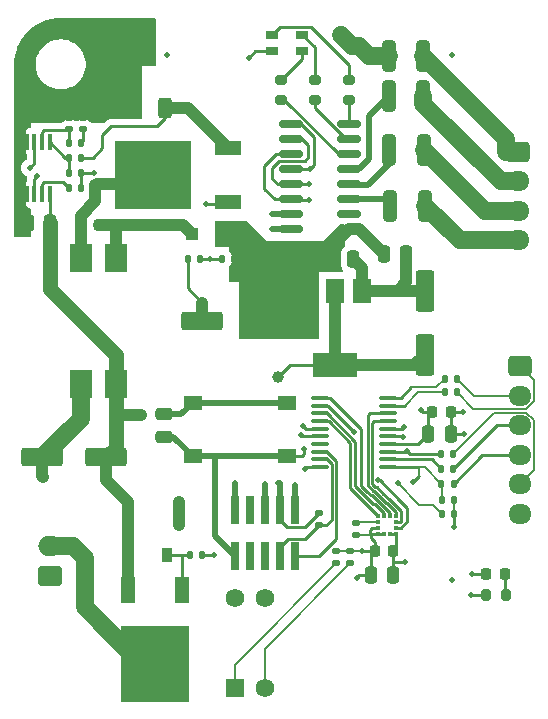
<source format=gtl>
%TF.GenerationSoftware,KiCad,Pcbnew,(6.0.1-0)*%
%TF.CreationDate,2023-09-01T00:14:14-05:00*%
%TF.ProjectId,tackle_sensor_hardware,7461636b-6c65-45f7-9365-6e736f725f68,REV1*%
%TF.SameCoordinates,Original*%
%TF.FileFunction,Copper,L1,Top*%
%TF.FilePolarity,Positive*%
%FSLAX46Y46*%
G04 Gerber Fmt 4.6, Leading zero omitted, Abs format (unit mm)*
G04 Created by KiCad (PCBNEW (6.0.1-0)) date 2023-09-01 00:14:14*
%MOMM*%
%LPD*%
G01*
G04 APERTURE LIST*
G04 Aperture macros list*
%AMRoundRect*
0 Rectangle with rounded corners*
0 $1 Rounding radius*
0 $2 $3 $4 $5 $6 $7 $8 $9 X,Y pos of 4 corners*
0 Add a 4 corners polygon primitive as box body*
4,1,4,$2,$3,$4,$5,$6,$7,$8,$9,$2,$3,0*
0 Add four circle primitives for the rounded corners*
1,1,$1+$1,$2,$3*
1,1,$1+$1,$4,$5*
1,1,$1+$1,$6,$7*
1,1,$1+$1,$8,$9*
0 Add four rect primitives between the rounded corners*
20,1,$1+$1,$2,$3,$4,$5,0*
20,1,$1+$1,$4,$5,$6,$7,0*
20,1,$1+$1,$6,$7,$8,$9,0*
20,1,$1+$1,$8,$9,$2,$3,0*%
G04 Aperture macros list end*
%TA.AperFunction,SMDPad,CuDef*%
%ADD10C,0.500000*%
%TD*%
%TA.AperFunction,SMDPad,CuDef*%
%ADD11RoundRect,0.250000X0.250000X0.475000X-0.250000X0.475000X-0.250000X-0.475000X0.250000X-0.475000X0*%
%TD*%
%TA.AperFunction,SMDPad,CuDef*%
%ADD12RoundRect,0.225000X0.225000X0.250000X-0.225000X0.250000X-0.225000X-0.250000X0.225000X-0.250000X0*%
%TD*%
%TA.AperFunction,ComponentPad*%
%ADD13RoundRect,0.250000X-0.725000X0.600000X-0.725000X-0.600000X0.725000X-0.600000X0.725000X0.600000X0*%
%TD*%
%TA.AperFunction,ComponentPad*%
%ADD14O,1.950000X1.700000*%
%TD*%
%TA.AperFunction,SMDPad,CuDef*%
%ADD15RoundRect,0.250000X0.312500X0.625000X-0.312500X0.625000X-0.312500X-0.625000X0.312500X-0.625000X0*%
%TD*%
%TA.AperFunction,SMDPad,CuDef*%
%ADD16RoundRect,0.135000X-0.185000X0.135000X-0.185000X-0.135000X0.185000X-0.135000X0.185000X0.135000X0*%
%TD*%
%TA.AperFunction,SMDPad,CuDef*%
%ADD17RoundRect,0.200000X-0.275000X0.200000X-0.275000X-0.200000X0.275000X-0.200000X0.275000X0.200000X0*%
%TD*%
%TA.AperFunction,SMDPad,CuDef*%
%ADD18RoundRect,0.200000X0.200000X0.275000X-0.200000X0.275000X-0.200000X-0.275000X0.200000X-0.275000X0*%
%TD*%
%TA.AperFunction,SMDPad,CuDef*%
%ADD19RoundRect,0.250000X0.312500X1.075000X-0.312500X1.075000X-0.312500X-1.075000X0.312500X-1.075000X0*%
%TD*%
%TA.AperFunction,SMDPad,CuDef*%
%ADD20RoundRect,0.135000X-0.135000X-0.185000X0.135000X-0.185000X0.135000X0.185000X-0.135000X0.185000X0*%
%TD*%
%TA.AperFunction,SMDPad,CuDef*%
%ADD21RoundRect,0.135000X0.135000X0.185000X-0.135000X0.185000X-0.135000X-0.185000X0.135000X-0.185000X0*%
%TD*%
%TA.AperFunction,SMDPad,CuDef*%
%ADD22C,0.254000*%
%TD*%
%TA.AperFunction,SMDPad,CuDef*%
%ADD23C,1.000000*%
%TD*%
%TA.AperFunction,ComponentPad*%
%ADD24C,1.580000*%
%TD*%
%TA.AperFunction,ComponentPad*%
%ADD25R,1.580000X1.580000*%
%TD*%
%TA.AperFunction,SMDPad,CuDef*%
%ADD26R,0.450000X1.450000*%
%TD*%
%TA.AperFunction,SMDPad,CuDef*%
%ADD27R,0.760000X2.400000*%
%TD*%
%TA.AperFunction,SMDPad,CuDef*%
%ADD28R,0.375000X0.350000*%
%TD*%
%TA.AperFunction,SMDPad,CuDef*%
%ADD29R,0.350000X0.375000*%
%TD*%
%TA.AperFunction,SMDPad,CuDef*%
%ADD30RoundRect,0.225000X-0.225000X-0.250000X0.225000X-0.250000X0.225000X0.250000X-0.225000X0.250000X0*%
%TD*%
%TA.AperFunction,ComponentPad*%
%ADD31RoundRect,0.250000X0.750000X-0.600000X0.750000X0.600000X-0.750000X0.600000X-0.750000X-0.600000X0*%
%TD*%
%TA.AperFunction,ComponentPad*%
%ADD32O,2.000000X1.700000*%
%TD*%
%TA.AperFunction,SMDPad,CuDef*%
%ADD33RoundRect,0.250000X1.500000X0.550000X-1.500000X0.550000X-1.500000X-0.550000X1.500000X-0.550000X0*%
%TD*%
%TA.AperFunction,SMDPad,CuDef*%
%ADD34RoundRect,0.250000X0.550000X-1.500000X0.550000X1.500000X-0.550000X1.500000X-0.550000X-1.500000X0*%
%TD*%
%TA.AperFunction,SMDPad,CuDef*%
%ADD35R,1.550000X1.300000*%
%TD*%
%TA.AperFunction,SMDPad,CuDef*%
%ADD36RoundRect,0.100000X0.637500X0.100000X-0.637500X0.100000X-0.637500X-0.100000X0.637500X-0.100000X0*%
%TD*%
%TA.AperFunction,SMDPad,CuDef*%
%ADD37RoundRect,0.150000X-0.825000X-0.150000X0.825000X-0.150000X0.825000X0.150000X-0.825000X0.150000X0*%
%TD*%
%TA.AperFunction,SMDPad,CuDef*%
%ADD38RoundRect,0.135000X0.185000X-0.135000X0.185000X0.135000X-0.185000X0.135000X-0.185000X-0.135000X0*%
%TD*%
%TA.AperFunction,SMDPad,CuDef*%
%ADD39R,1.955800X2.362200*%
%TD*%
%TA.AperFunction,SMDPad,CuDef*%
%ADD40R,1.200000X2.200000*%
%TD*%
%TA.AperFunction,SMDPad,CuDef*%
%ADD41R,5.800000X6.400000*%
%TD*%
%TA.AperFunction,SMDPad,CuDef*%
%ADD42RoundRect,0.140000X0.170000X-0.140000X0.170000X0.140000X-0.170000X0.140000X-0.170000X-0.140000X0*%
%TD*%
%TA.AperFunction,SMDPad,CuDef*%
%ADD43RoundRect,0.140000X-0.140000X-0.170000X0.140000X-0.170000X0.140000X0.170000X-0.140000X0.170000X0*%
%TD*%
%TA.AperFunction,SMDPad,CuDef*%
%ADD44RoundRect,0.218750X0.218750X0.256250X-0.218750X0.256250X-0.218750X-0.256250X0.218750X-0.256250X0*%
%TD*%
%TA.AperFunction,SMDPad,CuDef*%
%ADD45R,1.500000X2.000000*%
%TD*%
%TA.AperFunction,SMDPad,CuDef*%
%ADD46R,3.800000X2.000000*%
%TD*%
%TA.AperFunction,SMDPad,CuDef*%
%ADD47RoundRect,0.250000X-0.250000X-0.475000X0.250000X-0.475000X0.250000X0.475000X-0.250000X0.475000X0*%
%TD*%
%TA.AperFunction,SMDPad,CuDef*%
%ADD48R,2.200000X1.200000*%
%TD*%
%TA.AperFunction,SMDPad,CuDef*%
%ADD49R,6.400000X5.800000*%
%TD*%
%TA.AperFunction,SMDPad,CuDef*%
%ADD50R,0.900000X1.200000*%
%TD*%
%TA.AperFunction,SMDPad,CuDef*%
%ADD51R,1.000000X0.800000*%
%TD*%
%TA.AperFunction,SMDPad,CuDef*%
%ADD52RoundRect,0.250000X-0.312500X-1.075000X0.312500X-1.075000X0.312500X1.075000X-0.312500X1.075000X0*%
%TD*%
%TA.AperFunction,SMDPad,CuDef*%
%ADD53RoundRect,0.250000X0.475000X-0.250000X0.475000X0.250000X-0.475000X0.250000X-0.475000X-0.250000X0*%
%TD*%
%TA.AperFunction,SMDPad,CuDef*%
%ADD54R,1.100000X1.100000*%
%TD*%
%TA.AperFunction,ViaPad*%
%ADD55C,0.500000*%
%TD*%
%TA.AperFunction,Conductor*%
%ADD56C,0.228600*%
%TD*%
%TA.AperFunction,Conductor*%
%ADD57C,0.254000*%
%TD*%
%TA.AperFunction,Conductor*%
%ADD58C,1.270000*%
%TD*%
%TA.AperFunction,Conductor*%
%ADD59C,1.016000*%
%TD*%
%TA.AperFunction,Conductor*%
%ADD60C,0.200000*%
%TD*%
%TA.AperFunction,Conductor*%
%ADD61C,1.524000*%
%TD*%
%TA.AperFunction,Conductor*%
%ADD62C,0.508000*%
%TD*%
G04 APERTURE END LIST*
D10*
%TO.P,FID3,*%
%TO.N,*%
X194310000Y-120650000D03*
%TD*%
%TO.P,FID2,*%
%TO.N,*%
X194310000Y-76200000D03*
%TD*%
%TO.P,FID1,*%
%TO.N,*%
X170180000Y-76200000D03*
%TD*%
D11*
%TO.P,C9,1*%
%TO.N,+3V3*%
X189318900Y-120232600D03*
%TO.P,C9,2*%
%TO.N,GND*%
X187418900Y-120232600D03*
%TD*%
D12*
%TO.P,C10,1*%
%TO.N,Net-(C10-Pad1)*%
X164406500Y-90616200D03*
%TO.P,C10,2*%
%TO.N,Net-(C10-Pad2)*%
X162856500Y-90616200D03*
%TD*%
D13*
%TO.P,J4,1,Pin_1*%
%TO.N,Net-(F1-Pad2)*%
X199881900Y-84433200D03*
D14*
%TO.P,J4,2,Pin_2*%
%TO.N,Net-(J4-Pad2)*%
X199881900Y-86933200D03*
%TO.P,J4,3,Pin_3*%
%TO.N,Net-(J4-Pad3)*%
X199881900Y-89433200D03*
%TO.P,J4,4,Pin_4*%
%TO.N,Net-(J4-Pad4)*%
X199881900Y-91933200D03*
%TD*%
D15*
%TO.P,R7,1*%
%TO.N,Net-(Q2-Pad2)*%
X170023900Y-80710200D03*
%TO.P,R7,2*%
%TO.N,GND*%
X167098900Y-80710200D03*
%TD*%
D16*
%TO.P,R10,1*%
%TO.N,Net-(R10-Pad1)*%
X186182000Y-115870800D03*
%TO.P,R10,2*%
%TO.N,GND*%
X186182000Y-116890800D03*
%TD*%
D17*
%TO.P,R11,1*%
%TO.N,Net-(D4-Pad1)*%
X185572400Y-78360000D03*
%TO.P,R11,2*%
%TO.N,Net-(R11-Pad2)*%
X185572400Y-80010000D03*
%TD*%
D18*
%TO.P,R12,1*%
%TO.N,Net-(D3-Pad1)*%
X198843400Y-121932200D03*
%TO.P,R12,2*%
%TO.N,GND*%
X197193400Y-121932200D03*
%TD*%
D17*
%TO.P,R13,1*%
%TO.N,Net-(D4-Pad4)*%
X182676800Y-78360000D03*
%TO.P,R13,2*%
%TO.N,Net-(R13-Pad2)*%
X182676800Y-80010000D03*
%TD*%
D19*
%TO.P,R15,1*%
%TO.N,Net-(J4-Pad2)*%
X191889300Y-79745000D03*
%TO.P,R15,2*%
%TO.N,Net-(R15-Pad2)*%
X188964300Y-79745000D03*
%TD*%
D20*
%TO.P,R16,1*%
%TO.N,TACKLE_STATUS*%
X193413000Y-111252000D03*
%TO.P,R16,2*%
%TO.N,Net-(J5-Pad3)*%
X194433000Y-111252000D03*
%TD*%
D19*
%TO.P,R17,1*%
%TO.N,Net-(J4-Pad3)*%
X191918700Y-84266200D03*
%TO.P,R17,2*%
%TO.N,Net-(R17-Pad2)*%
X188993700Y-84266200D03*
%TD*%
D20*
%TO.P,R18,1*%
%TO.N,UART_TX*%
X193673000Y-104775000D03*
%TO.P,R18,2*%
%TO.N,Net-(J5-Pad1)*%
X194693000Y-104775000D03*
%TD*%
D19*
%TO.P,R19,1*%
%TO.N,Net-(J4-Pad4)*%
X192020300Y-88990600D03*
%TO.P,R19,2*%
%TO.N,Net-(R19-Pad2)*%
X189095300Y-88990600D03*
%TD*%
D21*
%TO.P,R22,1*%
%TO.N,+3V3*%
X194441000Y-113919000D03*
%TO.P,R22,2*%
%TO.N,HOME_SELECT*%
X193421000Y-113919000D03*
%TD*%
D20*
%TO.P,R25,1*%
%TO.N,HOME_SELECT*%
X193417000Y-112522000D03*
%TO.P,R25,2*%
%TO.N,Net-(J5-Pad4)*%
X194437000Y-112522000D03*
%TD*%
D22*
%TO.P,TP8,1,1*%
%TO.N,/SPI1_NSS*%
X187114100Y-113222200D03*
%TD*%
%TO.P,TP11,1,1*%
%TO.N,/SPI1_SCK*%
X188739700Y-114187400D03*
%TD*%
%TO.P,TP13,1,1*%
%TO.N,/ACC_INT1*%
X188485700Y-113374600D03*
%TD*%
D13*
%TO.P,J5,1,Pin_1*%
%TO.N,Net-(J5-Pad1)*%
X200042000Y-102589000D03*
D14*
%TO.P,J5,2,Pin_2*%
%TO.N,Net-(J5-Pad2)*%
X200042000Y-105089000D03*
%TO.P,J5,3,Pin_3*%
%TO.N,Net-(J5-Pad3)*%
X200042000Y-107589000D03*
%TO.P,J5,4,Pin_4*%
%TO.N,Net-(J5-Pad4)*%
X200042000Y-110089000D03*
%TO.P,J5,5,Pin_5*%
%TO.N,Net-(J5-Pad5)*%
X200042000Y-112589000D03*
%TO.P,J5,6,Pin_6*%
%TO.N,GND*%
X200042000Y-115089000D03*
%TD*%
D22*
%TO.P,TP14,1,1*%
%TO.N,/ACC_INT2*%
X189908100Y-113984200D03*
%TD*%
D23*
%TO.P,TP15,1,1*%
%TO.N,+3V3*%
X179578000Y-103505000D03*
%TD*%
%TO.P,TP12,1,1*%
%TO.N,+12V*%
X184878900Y-74512600D03*
%TD*%
D24*
%TO.P,S1,2B*%
%TO.N,HOME_SELECT*%
X178435000Y-122174000D03*
%TO.P,S1,2A*%
%TO.N,Net-(R23-Pad1)*%
X178435000Y-129794000D03*
%TO.P,S1,1B*%
%TO.N,ELIGIBLE_SELECT*%
X175895000Y-122174000D03*
D25*
%TO.P,S1,1A*%
%TO.N,Net-(R21-Pad1)*%
X175895000Y-129794000D03*
%TD*%
D17*
%TO.P,R14,2*%
%TO.N,Net-(R14-Pad2)*%
X179832000Y-80010000D03*
%TO.P,R14,1*%
%TO.N,Net-(D4-Pad3)*%
X179832000Y-78360000D03*
%TD*%
D26*
%TO.P,U2,8,VIN*%
%TO.N,Net-(C2-Pad1)*%
X160250700Y-87990200D03*
%TO.P,U2,7,FA/SYNC/SD*%
%TO.N,Net-(R4-Pad1)*%
X159600700Y-87990200D03*
%TO.P,U2,6,DR*%
%TO.N,Net-(Q2-Pad1)*%
X158950700Y-87990200D03*
%TO.P,U2,5,PGND*%
%TO.N,GND*%
X158300700Y-87990200D03*
%TO.P,U2,4,AGND*%
X158300700Y-83590200D03*
%TO.P,U2,3,FB*%
%TO.N,Net-(R8-Pad2)*%
X158950700Y-83590200D03*
%TO.P,U2,2,COMP*%
%TO.N,Net-(C5-Pad1)*%
X159600700Y-83590200D03*
%TO.P,U2,1,ISEN*%
%TO.N,Net-(C8-Pad1)*%
X160250700Y-83590200D03*
%TD*%
D27*
%TO.P,J1,1,VTref*%
%TO.N,+3V3*%
X181018104Y-114777402D03*
%TO.P,J1,2,SWDIO/TMS*%
%TO.N,/SWDIO*%
X181018104Y-118677402D03*
%TO.P,J1,3,GND*%
%TO.N,GND*%
X179748104Y-114777402D03*
%TO.P,J1,4,SWDCLK/TCK*%
%TO.N,/SWCLK*%
X179748104Y-118677402D03*
%TO.P,J1,5,GND*%
%TO.N,GND*%
X178478104Y-114777402D03*
%TO.P,J1,6,SWO/TDO*%
%TO.N,unconnected-(J1-Pad6)*%
X178478104Y-118677402D03*
%TO.P,J1,7,KEY*%
%TO.N,unconnected-(J1-Pad7)*%
X177208104Y-114777402D03*
%TO.P,J1,8,NC/TDI*%
%TO.N,unconnected-(J1-Pad8)*%
X177208104Y-118677402D03*
%TO.P,J1,9,GNDDetect*%
%TO.N,GND*%
X175938104Y-114777402D03*
%TO.P,J1,10,~{RESET}*%
%TO.N,/RST*%
X175938104Y-118677402D03*
%TD*%
D23*
%TO.P,TP1,1,1*%
%TO.N,GND*%
X171213700Y-114111200D03*
%TD*%
D20*
%TO.P,R1,1*%
%TO.N,Net-(D1-Pad2)*%
X172102700Y-118556200D03*
%TO.P,R1,2*%
%TO.N,GND*%
X173122700Y-118556200D03*
%TD*%
D12*
%TO.P,C11,1*%
%TO.N,+3V3*%
X189324500Y-118251400D03*
%TO.P,C11,2*%
%TO.N,GND*%
X187774500Y-118251400D03*
%TD*%
D28*
%TO.P,U3,12,INT1*%
%TO.N,/ACC_INT1*%
X189553000Y-115766200D03*
%TO.P,U3,11,INT2*%
%TO.N,/ACC_INT2*%
X189553000Y-116266200D03*
D29*
%TO.P,U3,10,Vdd_IO*%
%TO.N,+3V3*%
X189540500Y-116778700D03*
%TO.P,U3,9,Vdd*%
X189040500Y-116778700D03*
%TO.P,U3,8,GND*%
%TO.N,GND*%
X188540500Y-116778700D03*
%TO.P,U3,7,GND*%
X188040500Y-116778700D03*
D28*
%TO.P,U3,6,GND*%
X188028000Y-116266200D03*
%TO.P,U3,5,RES*%
%TO.N,Net-(R10-Pad1)*%
X188028000Y-115766200D03*
D29*
%TO.P,U3,4,SDA/SDI*%
%TO.N,/SPI1_MOSI*%
X188040500Y-115253700D03*
%TO.P,U3,3,SA0/SDO*%
%TO.N,/SPI1_MISO*%
X188540500Y-115253700D03*
%TO.P,U3,2,~{CS}*%
%TO.N,/SPI1_NSS*%
X189040500Y-115253700D03*
%TO.P,U3,1,SCL/SPC*%
%TO.N,/SPI1_SCK*%
X189540500Y-115253700D03*
%TD*%
D30*
%TO.P,C7,1*%
%TO.N,+3V3*%
X192646000Y-106426000D03*
%TO.P,C7,2*%
%TO.N,GND*%
X194196000Y-106426000D03*
%TD*%
D31*
%TO.P,J2,1,Pin_1*%
%TO.N,GND*%
X160291700Y-120334200D03*
D32*
%TO.P,J2,2,Pin_2*%
%TO.N,Net-(J2-Pad2)*%
X160291700Y-117834200D03*
%TD*%
D11*
%TO.P,C3,1*%
%TO.N,Net-(C2-Pad1)*%
X160291700Y-90489200D03*
%TO.P,C3,2*%
%TO.N,GND*%
X158391700Y-90489200D03*
%TD*%
D33*
%TO.P,C2,1*%
%TO.N,Net-(C2-Pad1)*%
X165023700Y-110301200D03*
%TO.P,C2,2*%
%TO.N,GND*%
X159623700Y-110301200D03*
%TD*%
D16*
%TO.P,R3,1*%
%TO.N,GND*%
X183050100Y-114996200D03*
%TO.P,R3,2*%
%TO.N,/SWCLK*%
X183050100Y-116016200D03*
%TD*%
D20*
%TO.P,R20,2*%
%TO.N,Net-(J5-Pad2)*%
X194693000Y-103632000D03*
%TO.P,R20,1*%
%TO.N,UART_RX*%
X193673000Y-103632000D03*
%TD*%
%TO.P,R4,1*%
%TO.N,Net-(R4-Pad1)*%
X161862500Y-87517400D03*
%TO.P,R4,2*%
%TO.N,GND*%
X162882500Y-87517400D03*
%TD*%
D34*
%TO.P,C15,1*%
%TO.N,+3V3*%
X191990900Y-101596600D03*
%TO.P,C15,2*%
%TO.N,GND*%
X191990900Y-96196600D03*
%TD*%
D35*
%TO.P,SW1,1,1*%
%TO.N,/RST*%
X180324500Y-110189000D03*
X172364500Y-110189000D03*
%TO.P,SW1,2,2*%
%TO.N,GND*%
X180324500Y-105689000D03*
X172364500Y-105689000D03*
%TD*%
D36*
%TO.P,U1,1,PB7/PB8*%
%TO.N,HOME_SELECT*%
X188859000Y-111118000D03*
%TO.P,U1,2,PB9/PC14-OSC32_IN*%
%TO.N,TACKLE_STATUS*%
X188859000Y-110468000D03*
%TO.P,U1,3,PC15-OSC32_OUT*%
%TO.N,ELIGIBLE_SELECT*%
X188859000Y-109818000D03*
%TO.P,U1,4,VDD*%
%TO.N,+3V3*%
X188859000Y-109168000D03*
%TO.P,U1,5,VSS*%
%TO.N,GND*%
X188859000Y-108518000D03*
%TO.P,U1,6,PF2-NRST*%
%TO.N,/RST*%
X188859000Y-107868000D03*
%TO.P,U1,7,PA0*%
%TO.N,/ACC_INT1*%
X188859000Y-107218000D03*
%TO.P,U1,8,PA1*%
%TO.N,/SPI1_SCK*%
X188859000Y-106568000D03*
%TO.P,U1,9,PA2*%
%TO.N,UART_TX*%
X188859000Y-105918000D03*
%TO.P,U1,10,PA3*%
%TO.N,UART_RX*%
X188859000Y-105268000D03*
%TO.P,U1,11,PA4*%
%TO.N,/SPI1_NSS*%
X183134000Y-105268000D03*
%TO.P,U1,12,PA5*%
%TO.N,/ACC_INT2*%
X183134000Y-105918000D03*
%TO.P,U1,13,PA6*%
%TO.N,/SPI1_MISO*%
X183134000Y-106568000D03*
%TO.P,U1,14,PA7*%
%TO.N,/SPI1_MOSI*%
X183134000Y-107218000D03*
%TO.P,U1,15,PB0/PB1/PB2/PA8*%
%TO.N,B_PWM*%
X183134000Y-107868000D03*
%TO.P,U1,16,PA11[PA9]*%
%TO.N,G_PWM*%
X183134000Y-108518000D03*
%TO.P,U1,17,PA12[PA10]*%
%TO.N,unconnected-(U1-Pad17)*%
X183134000Y-109168000D03*
%TO.P,U1,18,PA13*%
%TO.N,/SWDIO*%
X183134000Y-109818000D03*
%TO.P,U1,19,PA15/PA14-BOOT0*%
%TO.N,/SWCLK*%
X183134000Y-110468000D03*
%TO.P,U1,20,PB3/PB4/PB5/PB6*%
%TO.N,R_PWM*%
X183134000Y-111118000D03*
%TD*%
D37*
%TO.P,U5,16,O1*%
%TO.N,Net-(R11-Pad2)*%
X185626700Y-82107200D03*
%TO.P,U5,15,O2*%
%TO.N,Net-(R13-Pad2)*%
X185626700Y-83377200D03*
%TO.P,U5,14,O3*%
%TO.N,Net-(R14-Pad2)*%
X185626700Y-84647200D03*
%TO.P,U5,13,O4*%
%TO.N,Net-(R15-Pad2)*%
X185626700Y-85917200D03*
%TO.P,U5,12,O5*%
%TO.N,Net-(R17-Pad2)*%
X185626700Y-87187200D03*
%TO.P,U5,11,O6*%
%TO.N,Net-(R19-Pad2)*%
X185626700Y-88457200D03*
%TO.P,U5,10,O7*%
%TO.N,unconnected-(U5-Pad10)*%
X185626700Y-89727200D03*
%TO.P,U5,9,COM*%
%TO.N,+12V*%
X185626700Y-90997200D03*
%TO.P,U5,8,GND*%
%TO.N,GND*%
X180676700Y-90997200D03*
%TO.P,U5,7,I7*%
X180676700Y-89727200D03*
%TO.P,U5,6,I6*%
%TO.N,B_PWM*%
X180676700Y-88457200D03*
%TO.P,U5,5,I5*%
%TO.N,G_PWM*%
X180676700Y-87187200D03*
%TO.P,U5,4,I4*%
%TO.N,R_PWM*%
X180676700Y-85917200D03*
%TO.P,U5,3,I3*%
%TO.N,B_PWM*%
X180676700Y-84647200D03*
%TO.P,U5,2,I2*%
%TO.N,G_PWM*%
X180676700Y-83377200D03*
%TO.P,U5,1,I1*%
%TO.N,R_PWM*%
X180676700Y-82107200D03*
%TD*%
D21*
%TO.P,R9,2*%
%TO.N,GND*%
X171920900Y-93511800D03*
%TO.P,R9,1*%
%TO.N,Net-(R8-Pad2)*%
X172940900Y-93511800D03*
%TD*%
D20*
%TO.P,R2,1*%
%TO.N,Net-(C5-Pad1)*%
X161913300Y-83702200D03*
%TO.P,R2,2*%
%TO.N,Net-(C6-Pad1)*%
X162933300Y-83702200D03*
%TD*%
D38*
%TO.P,R23,2*%
%TO.N,GND*%
X185674000Y-118262400D03*
%TO.P,R23,1*%
%TO.N,Net-(R23-Pad1)*%
X185674000Y-119282400D03*
%TD*%
D39*
%TO.P,T1,4,SB*%
%TO.N,Net-(C2-Pad1)*%
X165855700Y-104065500D03*
%TO.P,T1,3,SA*%
%TO.N,GND*%
X162855700Y-104065500D03*
%TO.P,T1,2,AB*%
%TO.N,Net-(C10-Pad2)*%
X162855700Y-93422900D03*
%TO.P,T1,1,AA*%
%TO.N,Net-(C10-Pad1)*%
X165855700Y-93422900D03*
%TD*%
D21*
%TO.P,R8,2*%
%TO.N,Net-(R8-Pad2)*%
X174867300Y-93511800D03*
%TO.P,R8,1*%
%TO.N,+12V*%
X175887300Y-93511800D03*
%TD*%
%TO.P,R5,1*%
%TO.N,+3V3*%
X194441000Y-115062000D03*
%TO.P,R5,2*%
%TO.N,ELIGIBLE_SELECT*%
X193421000Y-115062000D03*
%TD*%
D40*
%TO.P,Q1,3,S*%
%TO.N,Net-(C2-Pad1)*%
X166902700Y-121503200D03*
D41*
%TO.P,Q1,2,D*%
%TO.N,Net-(J2-Pad2)*%
X169182700Y-127803200D03*
D40*
%TO.P,Q1,1,G*%
%TO.N,Net-(D1-Pad2)*%
X171462700Y-121503200D03*
%TD*%
D42*
%TO.P,C6,1*%
%TO.N,Net-(C6-Pad1)*%
X163085700Y-82533800D03*
%TO.P,C6,2*%
%TO.N,GND*%
X163085700Y-81573800D03*
%TD*%
D38*
%TO.P,R21,2*%
%TO.N,GND*%
X184454800Y-118260400D03*
%TO.P,R21,1*%
%TO.N,Net-(R21-Pad1)*%
X184454800Y-119280400D03*
%TD*%
D43*
%TO.P,C8,1*%
%TO.N,Net-(C8-Pad1)*%
X161917300Y-86191400D03*
%TO.P,C8,2*%
%TO.N,GND*%
X162877300Y-86191400D03*
%TD*%
D44*
%TO.P,D3,1,K*%
%TO.N,Net-(D3-Pad1)*%
X198780400Y-120205000D03*
%TO.P,D3,2,A*%
%TO.N,+3V3*%
X197205400Y-120205000D03*
%TD*%
D20*
%TO.P,R6,2*%
%TO.N,Net-(Q2-Pad2)*%
X162935300Y-84921400D03*
%TO.P,R6,1*%
%TO.N,Net-(C8-Pad1)*%
X161915300Y-84921400D03*
%TD*%
D42*
%TO.P,C5,1*%
%TO.N,Net-(C5-Pad1)*%
X161917300Y-82533800D03*
%TO.P,C5,2*%
%TO.N,GND*%
X161917300Y-81573800D03*
%TD*%
D45*
%TO.P,U4,1,GND*%
%TO.N,GND*%
X186670900Y-96203800D03*
%TO.P,U4,2,VO*%
%TO.N,+3V3*%
X184370900Y-96203800D03*
D46*
X184370900Y-102503800D03*
D45*
%TO.P,U4,3,VI*%
%TO.N,+12V*%
X182070900Y-96203800D03*
%TD*%
D47*
%TO.P,C14,1*%
%TO.N,+12V*%
X188516100Y-93054600D03*
%TO.P,C14,2*%
%TO.N,GND*%
X190416100Y-93054600D03*
%TD*%
D33*
%TO.P,C12,1*%
%TO.N,+12V*%
X178738100Y-98744200D03*
%TO.P,C12,2*%
%TO.N,GND*%
X173138100Y-98744200D03*
%TD*%
D47*
%TO.P,C13,1*%
%TO.N,+12V*%
X184045700Y-93511800D03*
%TO.P,C13,2*%
%TO.N,GND*%
X185945700Y-93511800D03*
%TD*%
D22*
%TO.P,TP2,1,1*%
%TO.N,/RST*%
X174261700Y-112663400D03*
%TD*%
%TO.P,TP10,1,1*%
%TO.N,/SPI1_MISO*%
X187774500Y-114289000D03*
%TD*%
D48*
%TO.P,Q2,3,S*%
%TO.N,Net-(Q2-Pad2)*%
X175327900Y-84118800D03*
D49*
%TO.P,Q2,2,D*%
%TO.N,Net-(C10-Pad2)*%
X169027900Y-86398800D03*
D48*
%TO.P,Q2,1,G*%
%TO.N,Net-(Q2-Pad1)*%
X175327900Y-88678800D03*
%TD*%
D47*
%TO.P,C4,1*%
%TO.N,+3V3*%
X192283000Y-108331000D03*
%TO.P,C4,2*%
%TO.N,GND*%
X194183000Y-108331000D03*
%TD*%
D20*
%TO.P,R24,1*%
%TO.N,ELIGIBLE_SELECT*%
X193413000Y-109982000D03*
%TO.P,R24,2*%
%TO.N,Net-(J5-Pad5)*%
X194433000Y-109982000D03*
%TD*%
D50*
%TO.P,D1,1,K*%
%TO.N,Net-(C2-Pad1)*%
X166896700Y-118556200D03*
%TO.P,D1,2,A*%
%TO.N,Net-(D1-Pad2)*%
X170196700Y-118556200D03*
%TD*%
D23*
%TO.P,TP3,1,1*%
%TO.N,Net-(C2-Pad1)*%
X167944800Y-106680000D03*
%TD*%
D51*
%TO.P,D4,4,BK*%
%TO.N,Net-(D4-Pad4)*%
X181590000Y-74509400D03*
%TO.P,D4,3,GK*%
%TO.N,Net-(D4-Pad3)*%
X181590000Y-75909400D03*
%TO.P,D4,2,RK*%
%TO.N,+12V*%
X179090000Y-75909400D03*
%TO.P,D4,1,A*%
%TO.N,Net-(D4-Pad1)*%
X179090000Y-74509400D03*
%TD*%
D52*
%TO.P,F1,1*%
%TO.N,+12V*%
X188964300Y-76341400D03*
%TO.P,F1,2*%
%TO.N,Net-(F1-Pad2)*%
X191889300Y-76341400D03*
%TD*%
D22*
%TO.P,TP9,1,1*%
%TO.N,/SPI1_MOSI*%
X186402900Y-113628600D03*
%TD*%
D53*
%TO.P,C1,1*%
%TO.N,/RST*%
X169943700Y-108548600D03*
%TO.P,C1,2*%
%TO.N,GND*%
X169943700Y-106648600D03*
%TD*%
D54*
%TO.P,D2,2,A*%
%TO.N,Net-(C10-Pad1)*%
X172274500Y-91378200D03*
%TO.P,D2,1,K*%
%TO.N,+12V*%
X175074500Y-91378200D03*
%TD*%
D55*
%TO.N,HOME_SELECT*%
X190982600Y-112420400D03*
%TO.N,+12V*%
X177088800Y-76479400D03*
%TO.N,+3V3*%
X194462400Y-116230400D03*
%TO.N,GND*%
X195326000Y-108331000D03*
X195199000Y-106426000D03*
%TO.N,+3V3*%
X191643000Y-106299000D03*
X189037400Y-102503800D03*
X188326192Y-102503808D03*
%TO.N,GND*%
X164000100Y-86196600D03*
X167149700Y-78170200D03*
X179087700Y-90971800D03*
X166133700Y-77281200D03*
X167149700Y-76392200D03*
X175938100Y-112460200D03*
X173144100Y-97220200D03*
X168165700Y-76392200D03*
X186656900Y-118251400D03*
X179595700Y-112511000D03*
X166133700Y-78170200D03*
X173992900Y-105689000D03*
X166133700Y-74360200D03*
X167149700Y-74360200D03*
X167149700Y-77281200D03*
X178478100Y-112561800D03*
X189704500Y-96203800D03*
X168165700Y-75376200D03*
X171213700Y-116016200D03*
X168165700Y-74360200D03*
X190162100Y-108599400D03*
X174134700Y-118556200D03*
X167149700Y-79059200D03*
X186250500Y-120486600D03*
X166133700Y-75376200D03*
X166133700Y-79059200D03*
X159656700Y-111952200D03*
X167149700Y-75376200D03*
X195947800Y-121983000D03*
X179036900Y-89701800D03*
X166133700Y-76392200D03*
%TO.N,+3V3*%
X190365300Y-119165800D03*
X181018100Y-112612600D03*
X195998600Y-120154200D03*
%TO.N,+12V*%
X186453700Y-75477800D03*
X177335100Y-92368800D03*
%TO.N,R_PWM*%
X182288100Y-85891800D03*
X181881700Y-111291800D03*
%TO.N,G_PWM*%
X181526100Y-108396200D03*
X182186500Y-87161800D03*
%TO.N,B_PWM*%
X181729300Y-107634200D03*
X182237300Y-88533400D03*
%TO.N,/RST*%
X181780100Y-109615400D03*
X190212900Y-107735800D03*
%TO.N,/ACC_INT2*%
X186021900Y-108116800D03*
X188079300Y-112257000D03*
%TO.N,Net-(Q2-Pad1)*%
X173448900Y-88838200D03*
X159174100Y-86501400D03*
%TO.N,Net-(R8-Pad2)*%
X158564500Y-85790200D03*
X173855300Y-93511800D03*
%TO.N,ELIGIBLE_SELECT*%
X190517700Y-109767800D03*
X189704900Y-112511000D03*
%TD*%
D56*
%TO.N,HOME_SELECT*%
X190995300Y-112407700D02*
X190982600Y-112420400D01*
X191523000Y-111118000D02*
X188859000Y-111118000D01*
X191523000Y-111880000D02*
X190995300Y-112407700D01*
%TO.N,TACKLE_STATUS*%
X193413000Y-111252000D02*
X192629000Y-110468000D01*
X192629000Y-110468000D02*
X188859000Y-110468000D01*
D57*
%TO.N,+12V*%
X179090000Y-75909400D02*
X177658800Y-75909400D01*
X177658800Y-75909400D02*
X177088800Y-76479400D01*
%TO.N,Net-(D4-Pad1)*%
X185572400Y-78360000D02*
X185572400Y-77084778D01*
X185572400Y-77084778D02*
X182343511Y-73855889D01*
X182343511Y-73855889D02*
X179743511Y-73855889D01*
X179743511Y-73855889D02*
X179090000Y-74509400D01*
%TO.N,Net-(D4-Pad4)*%
X182676800Y-78360000D02*
X182676800Y-75596200D01*
X182676800Y-75596200D02*
X181590000Y-74509400D01*
%TO.N,Net-(D4-Pad3)*%
X179832000Y-78360000D02*
X181590000Y-76602000D01*
X181590000Y-76602000D02*
X181590000Y-75909400D01*
%TO.N,Net-(R11-Pad2)*%
X185626700Y-82107200D02*
X185626700Y-80064300D01*
X185626700Y-80064300D02*
X185572400Y-80010000D01*
%TO.N,Net-(R13-Pad2)*%
X182694500Y-80720663D02*
X182694500Y-80027700D01*
X182694500Y-80027700D02*
X182676800Y-80010000D01*
%TO.N,Net-(R14-Pad2)*%
X185626700Y-84647200D02*
X184762363Y-84647200D01*
X180125163Y-80010000D02*
X179832000Y-80010000D01*
X184762363Y-84647200D02*
X180125163Y-80010000D01*
D56*
%TO.N,+3V3*%
X194441000Y-115062000D02*
X194441000Y-116209000D01*
X194441000Y-116209000D02*
X194462400Y-116230400D01*
D58*
%TO.N,Net-(C2-Pad1)*%
X165855700Y-104065500D02*
X165855700Y-106673700D01*
D59*
X165862000Y-106680000D02*
X165855700Y-106673700D01*
D58*
X165855700Y-106673700D02*
X165855700Y-109469200D01*
D59*
X167944800Y-106680000D02*
X165862000Y-106680000D01*
%TO.N,+3V3*%
X189037400Y-102503800D02*
X191083700Y-102503800D01*
X188326200Y-102503800D02*
X189037400Y-102503800D01*
D60*
%TO.N,Net-(R23-Pad1)*%
X185674000Y-119282400D02*
X178435000Y-126521400D01*
X178435000Y-126521400D02*
X178435000Y-129794000D01*
%TO.N,Net-(R21-Pad1)*%
X184454800Y-119280400D02*
X175895000Y-127840200D01*
X175895000Y-127840200D02*
X175895000Y-129794000D01*
%TO.N,GND*%
X185674000Y-118262400D02*
X184456800Y-118262400D01*
X184456800Y-118262400D02*
X184454800Y-118260400D01*
X186656900Y-118251400D02*
X185685000Y-118251400D01*
X185685000Y-118251400D02*
X185674000Y-118262400D01*
X187470200Y-116778700D02*
X187358100Y-116890800D01*
X187358100Y-116890800D02*
X186182000Y-116890800D01*
%TO.N,Net-(R10-Pad1)*%
X188028000Y-115766200D02*
X186286600Y-115766200D01*
X186286600Y-115766200D02*
X186182000Y-115870800D01*
%TO.N,HOME_SELECT*%
X191523000Y-111118000D02*
X192013000Y-111118000D01*
X191523000Y-111118000D02*
X191523000Y-111880000D01*
%TO.N,ELIGIBLE_SELECT*%
X189704900Y-112511000D02*
X191533700Y-114339800D01*
X193421000Y-115062000D02*
X192698800Y-114339800D01*
X192698800Y-114339800D02*
X191533700Y-114339800D01*
%TO.N,+3V3*%
X194441000Y-113919000D02*
X194441000Y-115062000D01*
%TO.N,HOME_SELECT*%
X193421000Y-113919000D02*
X193421000Y-112526000D01*
D59*
%TO.N,GND*%
X189711700Y-96196600D02*
X189704500Y-96203800D01*
D61*
X162855700Y-107069200D02*
X159623700Y-110301200D01*
D62*
X180676700Y-90997200D02*
X179113100Y-90997200D01*
D59*
X191990900Y-96196600D02*
X189711700Y-96196600D01*
D56*
X187524500Y-116266200D02*
X187368100Y-116422600D01*
D59*
X173138100Y-98744200D02*
X173138100Y-97226200D01*
D56*
X181828089Y-116218211D02*
X180368911Y-116218211D01*
X187470200Y-117134300D02*
X187470200Y-116778700D01*
X187470200Y-116778700D02*
X188040500Y-116778700D01*
X183050100Y-114996200D02*
X181828089Y-116218211D01*
D62*
X178478100Y-114777400D02*
X178478100Y-112561800D01*
D56*
X187774500Y-118251400D02*
X186707700Y-118251400D01*
D59*
X159623700Y-111919200D02*
X159656700Y-111952200D01*
D56*
X195998600Y-121932200D02*
X195947800Y-121983000D01*
D59*
X173138100Y-97226200D02*
X173144100Y-97220200D01*
D56*
X187368100Y-116676600D02*
X187470200Y-116778700D01*
X186250500Y-120435800D02*
X186250500Y-120486600D01*
D59*
X186670900Y-96203800D02*
X189704500Y-96203800D01*
D56*
X194196000Y-106426000D02*
X194196000Y-108318000D01*
D62*
X172364500Y-105689000D02*
X173920900Y-105689000D01*
D57*
X162877300Y-86191400D02*
X162877300Y-87512200D01*
D56*
X180368911Y-116218211D02*
X179748100Y-115597400D01*
D62*
X171404900Y-106648600D02*
X172364500Y-105689000D01*
D56*
X194183000Y-108331000D02*
X195326000Y-108331000D01*
X194196000Y-106426000D02*
X195199000Y-106426000D01*
D62*
X169943700Y-106648600D02*
X171404900Y-106648600D01*
D61*
X162855700Y-104065500D02*
X162855700Y-107069200D01*
D56*
X186453700Y-120232600D02*
X186250500Y-120435800D01*
X187418900Y-120232600D02*
X186453700Y-120232600D01*
D59*
X186670900Y-96203800D02*
X186670900Y-94237000D01*
D62*
X179748100Y-112511000D02*
X179595700Y-112511000D01*
D57*
X171920900Y-93511800D02*
X171920900Y-95997000D01*
D62*
X180324500Y-105689000D02*
X173992900Y-105689000D01*
D56*
X188540500Y-116778700D02*
X188040500Y-116778700D01*
D59*
X190416100Y-93054600D02*
X190416100Y-95492200D01*
X186670900Y-94237000D02*
X185945700Y-93511800D01*
D56*
X190111300Y-108599400D02*
X190162100Y-108599400D01*
D57*
X163994900Y-86191400D02*
X164000100Y-86196600D01*
D59*
X171213700Y-114111200D02*
X171213700Y-116016200D01*
D57*
X173122700Y-118556200D02*
X174134700Y-118556200D01*
D56*
X188859000Y-108518000D02*
X190029900Y-108518000D01*
X186707700Y-118251400D02*
X186656900Y-118251400D01*
X197193400Y-121932200D02*
X195998600Y-121932200D01*
X187774500Y-117438600D02*
X187470200Y-117134300D01*
D59*
X159623700Y-110301200D02*
X159623700Y-111919200D01*
D62*
X179748100Y-114777400D02*
X179748100Y-112511000D01*
D56*
X194196000Y-108318000D02*
X194183000Y-108331000D01*
X187368100Y-116422600D02*
X187368100Y-116676600D01*
D57*
X171920900Y-95997000D02*
X173144100Y-97220200D01*
D56*
X188028000Y-116266200D02*
X187524500Y-116266200D01*
X187418900Y-120232600D02*
X187418900Y-118607000D01*
D62*
X180676700Y-89727200D02*
X179062300Y-89727200D01*
D56*
X187774500Y-118251400D02*
X187774500Y-117438600D01*
D59*
X190416100Y-95492200D02*
X189711700Y-96196600D01*
D56*
X187418900Y-118607000D02*
X187774500Y-118251400D01*
X190029900Y-108518000D02*
X190111300Y-108599400D01*
X179748100Y-115597400D02*
X179748100Y-114777400D01*
D62*
X175938100Y-114777400D02*
X175938100Y-112460200D01*
D57*
X162877300Y-86191400D02*
X163994900Y-86191400D01*
D62*
X179113100Y-90997200D02*
X179087700Y-90971800D01*
D57*
X162877300Y-87512200D02*
X162882500Y-87517400D01*
D62*
X179062300Y-89727200D02*
X179036900Y-89701800D01*
D61*
%TO.N,Net-(F1-Pad2)*%
X191889300Y-76341400D02*
X198899700Y-83351800D01*
X198899700Y-83351800D02*
X198899700Y-84433200D01*
X198899700Y-84433200D02*
X199881900Y-84433200D01*
%TO.N,Net-(J2-Pad2)*%
X162236700Y-117834200D02*
X163212700Y-118810200D01*
X163212700Y-123001200D02*
X168014700Y-127803200D01*
X168014700Y-127803200D02*
X169182700Y-127803200D01*
X163212700Y-118810200D02*
X163212700Y-123001200D01*
X160291700Y-117834200D02*
X162236700Y-117834200D01*
D56*
%TO.N,+3V3*%
X189318900Y-120232600D02*
X189318900Y-119135400D01*
X191770000Y-106426000D02*
X191643000Y-106299000D01*
X189540500Y-118035400D02*
X189324500Y-118251400D01*
D59*
X184370900Y-102503800D02*
X188326200Y-102503800D01*
D56*
X189318900Y-118257000D02*
X189324500Y-118251400D01*
X189318900Y-119135400D02*
X189318900Y-118257000D01*
D59*
X191083700Y-102503800D02*
X191990900Y-101596600D01*
D56*
X188859000Y-109168000D02*
X191446000Y-109168000D01*
X189040500Y-116778700D02*
X189540500Y-116778700D01*
D57*
X180579200Y-102503800D02*
X179578000Y-103505000D01*
D59*
X184370900Y-96203800D02*
X184370900Y-102503800D01*
D56*
X192646000Y-106426000D02*
X191770000Y-106426000D01*
X189318900Y-119135400D02*
X190334900Y-119135400D01*
X196049400Y-120205000D02*
X195998600Y-120154200D01*
X189540500Y-116778700D02*
X189540500Y-118035400D01*
D62*
X181018100Y-114777400D02*
X181018100Y-112612600D01*
D56*
X192283000Y-106789000D02*
X192646000Y-106426000D01*
X192283000Y-108331000D02*
X192283000Y-106789000D01*
D57*
X184370900Y-102503800D02*
X180579200Y-102503800D01*
D56*
X190334900Y-119135400D02*
X190365300Y-119165800D01*
X191446000Y-109168000D02*
X192283000Y-108331000D01*
X197205400Y-120205000D02*
X196049400Y-120205000D01*
%TO.N,/SWDIO*%
X184467431Y-117240469D02*
X183030500Y-118677400D01*
X183703492Y-109818000D02*
X184467431Y-110581939D01*
X184467431Y-110581939D02*
X184467431Y-117240469D01*
X183134000Y-109818000D02*
X183703492Y-109818000D01*
X183030500Y-118677400D02*
X181018100Y-118677400D01*
D57*
%TO.N,Net-(C8-Pad1)*%
X161915300Y-84921400D02*
X161915300Y-86189400D01*
X161581900Y-84921400D02*
X160250700Y-83590200D01*
X161915300Y-86189400D02*
X161917300Y-86191400D01*
X161915300Y-84921400D02*
X161581900Y-84921400D01*
%TO.N,Net-(C6-Pad1)*%
X163085700Y-82533800D02*
X163085700Y-83549800D01*
X163085700Y-83549800D02*
X162933300Y-83702200D01*
%TO.N,Net-(R4-Pad1)*%
X161356789Y-87011689D02*
X159772189Y-87011689D01*
X161862500Y-87517400D02*
X161356789Y-87011689D01*
X159600700Y-87183178D02*
X159600700Y-87990200D01*
X159772189Y-87011689D02*
X159600700Y-87183178D01*
D59*
%TO.N,+12V*%
X183785700Y-93771800D02*
X184045700Y-93511800D01*
X178738100Y-93771800D02*
X183785700Y-93771800D01*
D57*
X175887300Y-92191000D02*
X175074500Y-91378200D01*
X175887300Y-93511800D02*
X175887300Y-92191000D01*
D59*
X184045700Y-93511800D02*
X184045700Y-92578200D01*
D61*
X185844100Y-75477800D02*
X184878900Y-74512600D01*
D59*
X182070900Y-96203800D02*
X178744500Y-96203800D01*
X178738100Y-98744200D02*
X178738100Y-96210200D01*
D61*
X187317300Y-76341400D02*
X186453700Y-75477800D01*
X188964300Y-76341400D02*
X187317300Y-76341400D01*
D59*
X186458700Y-90997200D02*
X188516100Y-93054600D01*
X178738100Y-93771800D02*
X176344500Y-91378200D01*
D61*
X186453700Y-75477800D02*
X185844100Y-75477800D01*
D59*
X176344500Y-91378200D02*
X175074500Y-91378200D01*
X178744500Y-96203800D02*
X178738100Y-96210200D01*
X185626700Y-90997200D02*
X186458700Y-90997200D01*
X184045700Y-92578200D02*
X185626700Y-90997200D01*
X178738100Y-96210200D02*
X178738100Y-93771800D01*
D56*
%TO.N,/SWCLK*%
X180397289Y-117236589D02*
X179748100Y-117885778D01*
X183050100Y-116016200D02*
X181829711Y-117236589D01*
X183659700Y-116016200D02*
X184112320Y-115563580D01*
X179748100Y-117885778D02*
X179748100Y-118677400D01*
X183703492Y-110468000D02*
X183134000Y-110468000D01*
X184112320Y-110876828D02*
X183703492Y-110468000D01*
X184112320Y-115563580D02*
X184112320Y-110876828D01*
X181829711Y-117236589D02*
X180397289Y-117236589D01*
X183050100Y-116016200D02*
X183659700Y-116016200D01*
D57*
%TO.N,R_PWM*%
X181551500Y-82107200D02*
X182643700Y-83199400D01*
X182643700Y-83199400D02*
X182643700Y-85536200D01*
X182643700Y-85536200D02*
X182288100Y-85891800D01*
D56*
X182055500Y-111118000D02*
X181881700Y-111291800D01*
X183134000Y-111118000D02*
X182055500Y-111118000D01*
D57*
X180676700Y-82107200D02*
X181551500Y-82107200D01*
D56*
X182288100Y-85891800D02*
X180702100Y-85891800D01*
X180702100Y-85891800D02*
X180676700Y-85917200D01*
D57*
%TO.N,G_PWM*%
X179677180Y-85200720D02*
X179087700Y-85790200D01*
X179570300Y-87187200D02*
X180676700Y-87187200D01*
X180676700Y-83377200D02*
X181627700Y-83377200D01*
D56*
X183134000Y-108518000D02*
X181647900Y-108518000D01*
D57*
X179087700Y-85790200D02*
X179087700Y-86704600D01*
D56*
X182186500Y-87161800D02*
X180702100Y-87161800D01*
D57*
X182135700Y-84901200D02*
X181836180Y-85200720D01*
D56*
X181647900Y-108518000D02*
X181526100Y-108396200D01*
D57*
X181836180Y-85200720D02*
X179677180Y-85200720D01*
X179087700Y-86704600D02*
X179570300Y-87187200D01*
X182135700Y-83885200D02*
X182135700Y-84901200D01*
X181627700Y-83377200D02*
X182135700Y-83885200D01*
D56*
X180702100Y-87161800D02*
X180676700Y-87187200D01*
D57*
%TO.N,B_PWM*%
X178427300Y-87542800D02*
X178427300Y-85637800D01*
X179341700Y-88457200D02*
X178427300Y-87542800D01*
X178427300Y-85637800D02*
X179417900Y-84647200D01*
D56*
X183134000Y-107868000D02*
X181963100Y-107868000D01*
X181963100Y-107868000D02*
X181729300Y-107634200D01*
X180752900Y-88533400D02*
X180676700Y-88457200D01*
D57*
X180676700Y-88457200D02*
X179341700Y-88457200D01*
X179417900Y-84647200D02*
X180676700Y-84647200D01*
D56*
X182237300Y-88533400D02*
X180752900Y-88533400D01*
D57*
%TO.N,/RST*%
X188859000Y-107868000D02*
X190080700Y-107868000D01*
X181780100Y-110021800D02*
X181612900Y-110189000D01*
D62*
X172364500Y-110189000D02*
X174297700Y-110189000D01*
D57*
X190080700Y-107868000D02*
X190212900Y-107735800D01*
D62*
X175938100Y-118677400D02*
X174261700Y-117001000D01*
X174261700Y-117001000D02*
X174261700Y-110225000D01*
D57*
X181612900Y-110189000D02*
X180324500Y-110189000D01*
D62*
X174261700Y-110225000D02*
X174297700Y-110189000D01*
X174297700Y-110189000D02*
X180324500Y-110189000D01*
X170724100Y-108548600D02*
X172364500Y-110189000D01*
D57*
X181780100Y-109615400D02*
X181780100Y-110021800D01*
D62*
X169943700Y-108548600D02*
X170724100Y-108548600D01*
D56*
%TO.N,Net-(D3-Pad1)*%
X198780400Y-120205000D02*
X198780400Y-121869200D01*
X198780400Y-121869200D02*
X198843400Y-121932200D01*
D60*
%TO.N,UART_TX*%
X191468500Y-104775000D02*
X193673000Y-104775000D01*
D56*
X188859000Y-105918000D02*
X190325500Y-105918000D01*
D60*
X190325500Y-105918000D02*
X191468500Y-104775000D01*
D56*
%TO.N,/SPI1_SCK*%
X188859000Y-106568000D02*
X187367500Y-106568000D01*
X188818322Y-114187400D02*
X188739700Y-114187400D01*
X187180389Y-106755111D02*
X187180389Y-112678889D01*
X189540500Y-114909578D02*
X188818322Y-114187400D01*
X187180389Y-112678889D02*
X187660689Y-113159189D01*
X187367500Y-106568000D02*
X187180389Y-106755111D01*
X187711489Y-113159189D02*
X188739700Y-114187400D01*
X189540500Y-115253700D02*
X189540500Y-114909578D01*
X187660689Y-113159189D02*
X187711489Y-113159189D01*
%TO.N,/SPI1_NSS*%
X189040500Y-115253700D02*
X189040500Y-115008364D01*
X189040500Y-115008364D02*
X187559136Y-113527000D01*
X186591101Y-112699201D02*
X186591101Y-107916949D01*
X187114100Y-113222200D02*
X187418900Y-113527000D01*
X186591101Y-107916949D02*
X183942152Y-105268000D01*
X187418900Y-113527000D02*
X187559136Y-113527000D01*
X187114100Y-113222200D02*
X186591101Y-112699201D01*
X183942152Y-105268000D02*
X183134000Y-105268000D01*
%TO.N,/SPI1_MISO*%
X187660736Y-114289000D02*
X187774500Y-114289000D01*
X183134000Y-106568000D02*
X183703492Y-106568000D01*
X188540500Y-115010566D02*
X187818934Y-114289000D01*
X186098100Y-112726364D02*
X187660736Y-114289000D01*
X188540500Y-115253700D02*
X188540500Y-115010566D01*
X186098100Y-108962608D02*
X186098100Y-112726364D01*
X187818934Y-114289000D02*
X187774500Y-114289000D01*
X183703492Y-106568000D02*
X186098100Y-108962608D01*
%TO.N,/SPI1_MOSI*%
X183134000Y-107218000D02*
X183851290Y-107218000D01*
X186402900Y-113628600D02*
X188028000Y-115253700D01*
X188028000Y-115253700D02*
X188040500Y-115253700D01*
X185691700Y-112917400D02*
X186402900Y-113628600D01*
X185691700Y-109058410D02*
X185691700Y-112917400D01*
X183851290Y-107218000D02*
X185691700Y-109058410D01*
%TO.N,/ACC_INT2*%
X189969100Y-116266200D02*
X190517700Y-115717600D01*
X190517700Y-115717600D02*
X190517700Y-114593800D01*
X190517700Y-114593800D02*
X189908100Y-113984200D01*
X183823100Y-105918000D02*
X183134000Y-105918000D01*
X186047300Y-108142200D02*
X183823100Y-105918000D01*
X188180900Y-112257000D02*
X188079300Y-112257000D01*
X189908100Y-113984200D02*
X188180900Y-112257000D01*
X189553000Y-116266200D02*
X189969100Y-116266200D01*
%TO.N,/ACC_INT1*%
X189966898Y-114833774D02*
X188965413Y-113832289D01*
X189553000Y-115766200D02*
X189966898Y-115766200D01*
X187733500Y-107218000D02*
X187535499Y-107416001D01*
X188505522Y-113374600D02*
X188485700Y-113374600D01*
X188859000Y-107218000D02*
X187733500Y-107218000D01*
X188963212Y-113832290D02*
X188505522Y-113374600D01*
X187535499Y-107416001D02*
X187535499Y-112525999D01*
X189966898Y-115766200D02*
X189966898Y-114833774D01*
X188965413Y-113832289D02*
X188963212Y-113832290D01*
X187535499Y-112525999D02*
X187825300Y-112815800D01*
X187926900Y-112815800D02*
X188485700Y-113374600D01*
X187825300Y-112815800D02*
X187926900Y-112815800D01*
%TO.N,UART_RX*%
X188859000Y-105268000D02*
X189962900Y-105268000D01*
X189962900Y-105268000D02*
X190847900Y-104383000D01*
D60*
X192922000Y-104383000D02*
X193673000Y-103632000D01*
X190847900Y-104383000D02*
X192922000Y-104383000D01*
D58*
%TO.N,Net-(C2-Pad1)*%
X165855700Y-104065500D02*
X165855700Y-101614400D01*
D57*
X160250700Y-87990200D02*
X160250700Y-90448200D01*
D59*
X166902700Y-121503200D02*
X166902700Y-118562200D01*
D58*
X160291700Y-96050400D02*
X160291700Y-90489200D01*
D59*
X165023700Y-110301200D02*
X165023700Y-112239200D01*
X166896700Y-118556200D02*
X166896700Y-114112200D01*
D58*
X165855700Y-101614400D02*
X160291700Y-96050400D01*
D59*
X166902700Y-118562200D02*
X166896700Y-118556200D01*
D58*
X165855700Y-109469200D02*
X165023700Y-110301200D01*
D57*
X160250700Y-90448200D02*
X160291700Y-90489200D01*
D59*
X165023700Y-112239200D02*
X166896700Y-114112200D01*
D57*
%TO.N,Net-(C5-Pad1)*%
X161917300Y-82533800D02*
X161917300Y-83698200D01*
X159600700Y-82783178D02*
X159772189Y-82611689D01*
X159600700Y-83590200D02*
X159600700Y-82783178D01*
X161917300Y-83698200D02*
X161913300Y-83702200D01*
X159772189Y-82611689D02*
X161839411Y-82611689D01*
X161839411Y-82611689D02*
X161917300Y-82533800D01*
D59*
%TO.N,Net-(C10-Pad1)*%
X171512500Y-90616200D02*
X172274500Y-91378200D01*
X165855700Y-93422900D02*
X165855700Y-90792600D01*
X166032100Y-90616200D02*
X171512500Y-90616200D01*
X164406500Y-90616200D02*
X166032100Y-90616200D01*
X165855700Y-90792600D02*
X166032100Y-90616200D01*
%TO.N,Net-(C10-Pad2)*%
X168292599Y-87134101D02*
X164236027Y-87134101D01*
X162856500Y-89829400D02*
X162856500Y-90616200D01*
X169027900Y-86398800D02*
X168292599Y-87134101D01*
X164101700Y-87268428D02*
X164101700Y-88584200D01*
X162855700Y-93422900D02*
X162855700Y-90617000D01*
X162855700Y-90617000D02*
X162856500Y-90616200D01*
X164236027Y-87134101D02*
X164101700Y-87268428D01*
X164101700Y-88584200D02*
X162856500Y-89829400D01*
D57*
%TO.N,Net-(D1-Pad2)*%
X171467700Y-118556200D02*
X170196700Y-118556200D01*
X171462700Y-121503200D02*
X171462700Y-118561200D01*
X171462700Y-118561200D02*
X171467700Y-118556200D01*
X172102700Y-118556200D02*
X171467700Y-118556200D01*
D61*
%TO.N,Net-(J4-Pad2)*%
X191889300Y-79745000D02*
X191889300Y-80357910D01*
X198464590Y-86933200D02*
X199881900Y-86933200D01*
X191889300Y-80357910D02*
X198464590Y-86933200D01*
%TO.N,Net-(J4-Pad3)*%
X197085700Y-89433200D02*
X199881900Y-89433200D01*
X191918700Y-84266200D02*
X197085700Y-89433200D01*
%TO.N,Net-(J4-Pad4)*%
X192020300Y-88990600D02*
X194962900Y-91933200D01*
X194962900Y-91933200D02*
X199881900Y-91933200D01*
D57*
%TO.N,Net-(Q2-Pad1)*%
X175125300Y-88881400D02*
X175327900Y-88678800D01*
X175168500Y-88838200D02*
X175327900Y-88678800D01*
X158950700Y-87990200D02*
X158950700Y-86724800D01*
X173448900Y-88838200D02*
X175168500Y-88838200D01*
X158950700Y-86724800D02*
X159174100Y-86501400D01*
%TO.N,Net-(Q2-Pad2)*%
X162940500Y-84926600D02*
X163898500Y-84926600D01*
D59*
X170023900Y-80710200D02*
X171919300Y-80710200D01*
X171919300Y-80710200D02*
X175327900Y-84118800D01*
D57*
X170023900Y-81595200D02*
X170023900Y-80710200D01*
D56*
X169334100Y-82285000D02*
X165447900Y-82285000D01*
D57*
X162935300Y-84921400D02*
X162940500Y-84926600D01*
X164711300Y-84113800D02*
X164711300Y-83021600D01*
X169334100Y-82285000D02*
X170023900Y-81595200D01*
X163898500Y-84926600D02*
X164711300Y-84113800D01*
D56*
X165447900Y-82285000D02*
X164711300Y-83021600D01*
D60*
%TO.N,Net-(J5-Pad1)*%
X201243520Y-103790520D02*
X200042000Y-102589000D01*
X196083520Y-106165520D02*
X200612909Y-106165520D01*
X200612909Y-106165520D02*
X201243520Y-105534909D01*
X194693000Y-104775000D02*
X196083520Y-106165520D01*
X201243520Y-105534909D02*
X201243520Y-103790520D01*
D57*
%TO.N,Net-(R8-Pad2)*%
X158950700Y-85404000D02*
X158950700Y-83590200D01*
X174867300Y-93511800D02*
X172940900Y-93511800D01*
X158564500Y-85790200D02*
X158950700Y-85404000D01*
%TO.N,Net-(R13-Pad2)*%
X185351037Y-83377200D02*
X182694500Y-80720663D01*
X185626700Y-83377200D02*
X185351037Y-83377200D01*
D62*
%TO.N,Net-(R15-Pad2)*%
X187317300Y-85045266D02*
X187317300Y-81392000D01*
X187317300Y-81392000D02*
X188964300Y-79745000D01*
X186445366Y-85917200D02*
X187317300Y-85045266D01*
X185626700Y-85917200D02*
X186445366Y-85917200D01*
%TO.N,Net-(R17-Pad2)*%
X188993700Y-84266200D02*
X188993700Y-85434600D01*
X187215700Y-87212600D02*
X185652100Y-87212600D01*
X188993700Y-85434600D02*
X187215700Y-87212600D01*
X185652100Y-87212600D02*
X185626700Y-87187200D01*
%TO.N,Net-(R19-Pad2)*%
X188561900Y-88457200D02*
X189095300Y-88990600D01*
X185626700Y-88457200D02*
X188561900Y-88457200D01*
D56*
%TO.N,Net-(J5-Pad3)*%
X194433000Y-111252000D02*
X198096000Y-107589000D01*
X198096000Y-107589000D02*
X200042000Y-107589000D01*
%TO.N,Net-(J5-Pad4)*%
X194437000Y-112522000D02*
X196870000Y-110089000D01*
X196870000Y-110089000D02*
X200042000Y-110089000D01*
D60*
%TO.N,Net-(J5-Pad2)*%
X194693000Y-103632000D02*
X196150000Y-105089000D01*
X196150000Y-105089000D02*
X200042000Y-105089000D01*
%TO.N,Net-(J5-Pad5)*%
X200612909Y-106512480D02*
X201243520Y-107143091D01*
X194433000Y-109982000D02*
X197902520Y-106512480D01*
X201243520Y-111387480D02*
X200042000Y-112589000D01*
X201243520Y-107143091D02*
X201243520Y-111387480D01*
X197902520Y-106512480D02*
X200612909Y-106512480D01*
D56*
%TO.N,ELIGIBLE_SELECT*%
X190731900Y-109982000D02*
X190517700Y-109767800D01*
D57*
X188859000Y-109818000D02*
X190467500Y-109818000D01*
D56*
X193413000Y-109982000D02*
X190731900Y-109982000D01*
D57*
X190467500Y-109818000D02*
X190517700Y-109767800D01*
D60*
%TO.N,HOME_SELECT*%
X192013000Y-111118000D02*
X193417000Y-112522000D01*
%TD*%
%TA.AperFunction,Conductor*%
%TO.N,+12V*%
G36*
X176920297Y-90280602D02*
G01*
X176939970Y-90296222D01*
X178681300Y-91987800D01*
X183354900Y-91987800D01*
X184740395Y-90602305D01*
X184802707Y-90568279D01*
X184829490Y-90565400D01*
X185108500Y-90565400D01*
X185176621Y-90585402D01*
X185223114Y-90639058D01*
X185234500Y-90691400D01*
X185234500Y-92373024D01*
X185214498Y-92441145D01*
X185197673Y-92462042D01*
X185096395Y-92563497D01*
X185003585Y-92714062D01*
X184947903Y-92881939D01*
X184937200Y-92986400D01*
X184937200Y-93375882D01*
X184936463Y-93389490D01*
X184924338Y-93501104D01*
X184924875Y-93507239D01*
X184936721Y-93642644D01*
X184937200Y-93653625D01*
X184937200Y-94037200D01*
X184937537Y-94040446D01*
X184937537Y-94040450D01*
X184944481Y-94107369D01*
X184948174Y-94142966D01*
X184950355Y-94149502D01*
X184950355Y-94149504D01*
X184964903Y-94193110D01*
X185004150Y-94310746D01*
X185008004Y-94316974D01*
X185008005Y-94316976D01*
X185082339Y-94437097D01*
X185101177Y-94505549D01*
X185080016Y-94573318D01*
X185025575Y-94618890D01*
X184975195Y-94629400D01*
X183050100Y-94629400D01*
X183050100Y-100142200D01*
X183030098Y-100210321D01*
X182976442Y-100256814D01*
X182924100Y-100268200D01*
X176368900Y-100268200D01*
X176300779Y-100248198D01*
X176254286Y-100194542D01*
X176242900Y-100142200D01*
X176242900Y-95442200D01*
X176227395Y-95443169D01*
X176227394Y-95443169D01*
X176006249Y-95456991D01*
X175563959Y-95484634D01*
X175494724Y-95468920D01*
X175444975Y-95418269D01*
X175430100Y-95358879D01*
X175430100Y-94231237D01*
X175450102Y-94163116D01*
X175467005Y-94142142D01*
X175514806Y-94094341D01*
X175548599Y-94037200D01*
X175593534Y-93961219D01*
X175593534Y-93961218D01*
X175597569Y-93954396D01*
X175642929Y-93798266D01*
X175645800Y-93761789D01*
X175645799Y-93261812D01*
X175642929Y-93225334D01*
X175597569Y-93069204D01*
X175514806Y-92929259D01*
X175467005Y-92881458D01*
X175432979Y-92819146D01*
X175430100Y-92792363D01*
X175430100Y-92495800D01*
X174387700Y-92495800D01*
X174319579Y-92475798D01*
X174273086Y-92422142D01*
X174261700Y-92369800D01*
X174261700Y-90386600D01*
X174281702Y-90318479D01*
X174335358Y-90271986D01*
X174387700Y-90260600D01*
X176852176Y-90260600D01*
X176920297Y-90280602D01*
G37*
%TD.AperFunction*%
%TD*%
%TA.AperFunction,Conductor*%
%TO.N,GND*%
G36*
X169200021Y-73110202D02*
G01*
X169246514Y-73163858D01*
X169257900Y-73216200D01*
X169257900Y-77028200D01*
X169237898Y-77096321D01*
X169184242Y-77142814D01*
X169131900Y-77154200D01*
X168038700Y-77154200D01*
X168038700Y-81536200D01*
X168018698Y-81604321D01*
X167965042Y-81650814D01*
X167912700Y-81662200D01*
X165525263Y-81662200D01*
X165514364Y-81661686D01*
X165506977Y-81660035D01*
X165499052Y-81660284D01*
X165499051Y-81660284D01*
X165440076Y-81662138D01*
X165436117Y-81662200D01*
X165408717Y-81662200D01*
X165404792Y-81662696D01*
X165404489Y-81662715D01*
X165393053Y-81663616D01*
X165349699Y-81664979D01*
X165330741Y-81670487D01*
X165311379Y-81674497D01*
X165291785Y-81676972D01*
X165258421Y-81690182D01*
X165251459Y-81692938D01*
X165240229Y-81696783D01*
X165206204Y-81706668D01*
X165206202Y-81706669D01*
X165198591Y-81708880D01*
X165191768Y-81712915D01*
X165181595Y-81718931D01*
X165163843Y-81727627D01*
X165145479Y-81734898D01*
X165124708Y-81749989D01*
X165110389Y-81760392D01*
X165100469Y-81766908D01*
X165069975Y-81784942D01*
X165069973Y-81784944D01*
X165063148Y-81788980D01*
X165049187Y-81802941D01*
X165034154Y-81815781D01*
X165018176Y-81827390D01*
X165013125Y-81833496D01*
X164990526Y-81860813D01*
X164982536Y-81869592D01*
X164908833Y-81943295D01*
X164846521Y-81977321D01*
X164819738Y-81980200D01*
X163811407Y-81980200D01*
X163743286Y-81960198D01*
X163722312Y-81943295D01*
X163656329Y-81877312D01*
X163582240Y-81833496D01*
X163522120Y-81797941D01*
X163522119Y-81797941D01*
X163515297Y-81793906D01*
X163507686Y-81791695D01*
X163507684Y-81791694D01*
X163456705Y-81776884D01*
X163357954Y-81748194D01*
X163351549Y-81747690D01*
X163351544Y-81747689D01*
X163323640Y-81745493D01*
X163323632Y-81745493D01*
X163321184Y-81745300D01*
X162850216Y-81745300D01*
X162847768Y-81745493D01*
X162847760Y-81745493D01*
X162819856Y-81747689D01*
X162819851Y-81747690D01*
X162813446Y-81748194D01*
X162714695Y-81776884D01*
X162663716Y-81791694D01*
X162663714Y-81791695D01*
X162656103Y-81793906D01*
X162649281Y-81797941D01*
X162649280Y-81797941D01*
X162565639Y-81847406D01*
X162496823Y-81864865D01*
X162437361Y-81847406D01*
X162353720Y-81797941D01*
X162353719Y-81797941D01*
X162346897Y-81793906D01*
X162339286Y-81791695D01*
X162339284Y-81791694D01*
X162288305Y-81776884D01*
X162189554Y-81748194D01*
X162183149Y-81747690D01*
X162183144Y-81747689D01*
X162155240Y-81745493D01*
X162155232Y-81745493D01*
X162152784Y-81745300D01*
X161681816Y-81745300D01*
X161679368Y-81745493D01*
X161679360Y-81745493D01*
X161651456Y-81747689D01*
X161651451Y-81747690D01*
X161645046Y-81748194D01*
X161546295Y-81776884D01*
X161495316Y-81791694D01*
X161495314Y-81791695D01*
X161487703Y-81793906D01*
X161480881Y-81797941D01*
X161480880Y-81797941D01*
X161420760Y-81833496D01*
X161346671Y-81877312D01*
X161284699Y-81939284D01*
X161222387Y-81973310D01*
X161195604Y-81976189D01*
X159851209Y-81976189D01*
X159839975Y-81975659D01*
X159832470Y-81973981D01*
X159764760Y-81976109D01*
X159764177Y-81976127D01*
X159760220Y-81976189D01*
X159732206Y-81976189D01*
X159728281Y-81976685D01*
X159728280Y-81976685D01*
X159728185Y-81976697D01*
X159716340Y-81977630D01*
X159687904Y-81978524D01*
X159678569Y-81978817D01*
X159678567Y-81978817D01*
X159671984Y-81979024D01*
X159670515Y-81979451D01*
X159660994Y-81980200D01*
X157243700Y-81980200D01*
X157243700Y-77159903D01*
X159071443Y-77159903D01*
X159108968Y-77444934D01*
X159184829Y-77722236D01*
X159297623Y-77986676D01*
X159445261Y-78233361D01*
X159625013Y-78457728D01*
X159833551Y-78655623D01*
X160067017Y-78823386D01*
X160070812Y-78825395D01*
X160070813Y-78825396D01*
X160092569Y-78836915D01*
X160321092Y-78957912D01*
X160591073Y-79056711D01*
X160871964Y-79117955D01*
X160900541Y-79120204D01*
X161094982Y-79135507D01*
X161094991Y-79135507D01*
X161097439Y-79135700D01*
X161252971Y-79135700D01*
X161255107Y-79135554D01*
X161255118Y-79135554D01*
X161463248Y-79121365D01*
X161463254Y-79121364D01*
X161467525Y-79121073D01*
X161471720Y-79120204D01*
X161471722Y-79120204D01*
X161608284Y-79091923D01*
X161749042Y-79062774D01*
X162020043Y-78966807D01*
X162275512Y-78834950D01*
X162279013Y-78832489D01*
X162279017Y-78832487D01*
X162393117Y-78752296D01*
X162510723Y-78669641D01*
X162721322Y-78473940D01*
X162903413Y-78251468D01*
X163053627Y-78006342D01*
X163169183Y-77743098D01*
X163247944Y-77466606D01*
X163288451Y-77181984D01*
X163288545Y-77164151D01*
X163289935Y-76898783D01*
X163289935Y-76898776D01*
X163289957Y-76894497D01*
X163252432Y-76609466D01*
X163176571Y-76332164D01*
X163063777Y-76067724D01*
X162916139Y-75821039D01*
X162736387Y-75596672D01*
X162527849Y-75398777D01*
X162294383Y-75231014D01*
X162272543Y-75219450D01*
X162249354Y-75207172D01*
X162040308Y-75096488D01*
X161770327Y-74997689D01*
X161489436Y-74936445D01*
X161458385Y-74934001D01*
X161266418Y-74918893D01*
X161266409Y-74918893D01*
X161263961Y-74918700D01*
X161108429Y-74918700D01*
X161106293Y-74918846D01*
X161106282Y-74918846D01*
X160898152Y-74933035D01*
X160898146Y-74933036D01*
X160893875Y-74933327D01*
X160889680Y-74934196D01*
X160889678Y-74934196D01*
X160790977Y-74954636D01*
X160612358Y-74991626D01*
X160341357Y-75087593D01*
X160085888Y-75219450D01*
X160082387Y-75221911D01*
X160082383Y-75221913D01*
X160072294Y-75229004D01*
X159850677Y-75384759D01*
X159640078Y-75580460D01*
X159457987Y-75802932D01*
X159307773Y-76048058D01*
X159192217Y-76311302D01*
X159113456Y-76587794D01*
X159072949Y-76872416D01*
X159072927Y-76876705D01*
X159072926Y-76876712D01*
X159071465Y-77155617D01*
X159071443Y-77159903D01*
X157243700Y-77159903D01*
X157243700Y-77076528D01*
X157245200Y-77057143D01*
X157247505Y-77042342D01*
X157247505Y-77042339D01*
X157248886Y-77033470D01*
X157246284Y-77013574D01*
X157245354Y-76991416D01*
X157260225Y-76669757D01*
X157261299Y-76658168D01*
X157309931Y-76309542D01*
X157312070Y-76298103D01*
X157392658Y-75955460D01*
X157395843Y-75944265D01*
X157438267Y-75817692D01*
X157507706Y-75610515D01*
X157511910Y-75599663D01*
X157654091Y-75277653D01*
X157659271Y-75267248D01*
X157830567Y-74959713D01*
X157836683Y-74949836D01*
X157857880Y-74918893D01*
X158035614Y-74659433D01*
X158042628Y-74650145D01*
X158267506Y-74379335D01*
X158275347Y-74370735D01*
X158524235Y-74121847D01*
X158532835Y-74114006D01*
X158803645Y-73889128D01*
X158812933Y-73882114D01*
X159103336Y-73683183D01*
X159113213Y-73677067D01*
X159420748Y-73505771D01*
X159431153Y-73500591D01*
X159753163Y-73358410D01*
X159764015Y-73354206D01*
X159930890Y-73298274D01*
X160097774Y-73242340D01*
X160108956Y-73239159D01*
X160258212Y-73204055D01*
X160451603Y-73158570D01*
X160463042Y-73156431D01*
X160811668Y-73107799D01*
X160823256Y-73106725D01*
X160848309Y-73105567D01*
X161137516Y-73092197D01*
X161162715Y-73093562D01*
X161165558Y-73094005D01*
X161165560Y-73094005D01*
X161174430Y-73095386D01*
X161183332Y-73094222D01*
X161183335Y-73094222D01*
X161205951Y-73091264D01*
X161222289Y-73090200D01*
X169131900Y-73090200D01*
X169200021Y-73110202D01*
G37*
%TD.AperFunction*%
%TD*%
%TA.AperFunction,Conductor*%
%TO.N,GND*%
G36*
X158640700Y-82266637D02*
G01*
X158620698Y-82334758D01*
X158567042Y-82381251D01*
X158558929Y-82384619D01*
X158487405Y-82411432D01*
X158487404Y-82411433D01*
X158478995Y-82414585D01*
X158362439Y-82501939D01*
X158275085Y-82618495D01*
X158223955Y-82754884D01*
X158217200Y-82817066D01*
X158217200Y-84363334D01*
X158223955Y-84425516D01*
X158275085Y-84561905D01*
X158280468Y-84569088D01*
X158280470Y-84569091D01*
X158290027Y-84581842D01*
X158314874Y-84648348D01*
X158315200Y-84657406D01*
X158315200Y-84984831D01*
X158295198Y-85052952D01*
X158243655Y-85098133D01*
X158239503Y-85099546D01*
X158233505Y-85103236D01*
X158100565Y-85185021D01*
X158100563Y-85185023D01*
X158094566Y-85188712D01*
X157972986Y-85307773D01*
X157880804Y-85450810D01*
X157822603Y-85610716D01*
X157801275Y-85779543D01*
X157817881Y-85948899D01*
X157871594Y-86110367D01*
X157959746Y-86255923D01*
X158077955Y-86378332D01*
X158220346Y-86471510D01*
X158226950Y-86473966D01*
X158226954Y-86473968D01*
X158241144Y-86479245D01*
X158298021Y-86521736D01*
X158322896Y-86588232D01*
X158319269Y-86628672D01*
X158315200Y-86644518D01*
X158315200Y-86664865D01*
X158313649Y-86684576D01*
X158310465Y-86704679D01*
X158311211Y-86712571D01*
X158314641Y-86748856D01*
X158315200Y-86760714D01*
X158315200Y-86922994D01*
X158295198Y-86991115D01*
X158290027Y-86998558D01*
X158280470Y-87011309D01*
X158280468Y-87011312D01*
X158275085Y-87018495D01*
X158223955Y-87154884D01*
X158217200Y-87217066D01*
X158217200Y-88763334D01*
X158223955Y-88825516D01*
X158275085Y-88961905D01*
X158362439Y-89078461D01*
X158478995Y-89165815D01*
X158487404Y-89168967D01*
X158487405Y-89168968D01*
X158558929Y-89195781D01*
X158615694Y-89238422D01*
X158640394Y-89304984D01*
X158640700Y-89313763D01*
X158640700Y-91506200D01*
X158620698Y-91574321D01*
X158567042Y-91620814D01*
X158514700Y-91632200D01*
X157369700Y-91632200D01*
X157301579Y-91612198D01*
X157255086Y-91558542D01*
X157243700Y-91506200D01*
X157243700Y-81853200D01*
X158640700Y-81853200D01*
X158640700Y-82266637D01*
G37*
%TD.AperFunction*%
%TD*%
M02*

</source>
